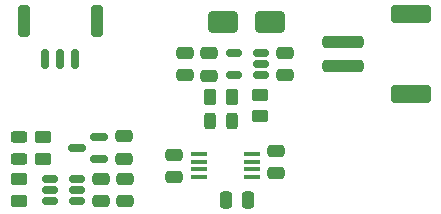
<source format=gtp>
G04 #@! TF.GenerationSoftware,KiCad,Pcbnew,8.0.0*
G04 #@! TF.CreationDate,2024-08-05T13:19:55+02:00*
G04 #@! TF.ProjectId,BatteryBridge,42617474-6572-4794-9272-696467652e6b,rev?*
G04 #@! TF.SameCoordinates,Original*
G04 #@! TF.FileFunction,Paste,Top*
G04 #@! TF.FilePolarity,Positive*
%FSLAX46Y46*%
G04 Gerber Fmt 4.6, Leading zero omitted, Abs format (unit mm)*
G04 Created by KiCad (PCBNEW 8.0.0) date 2024-08-05 13:19:55*
%MOMM*%
%LPD*%
G01*
G04 APERTURE LIST*
G04 Aperture macros list*
%AMRoundRect*
0 Rectangle with rounded corners*
0 $1 Rounding radius*
0 $2 $3 $4 $5 $6 $7 $8 $9 X,Y pos of 4 corners*
0 Add a 4 corners polygon primitive as box body*
4,1,4,$2,$3,$4,$5,$6,$7,$8,$9,$2,$3,0*
0 Add four circle primitives for the rounded corners*
1,1,$1+$1,$2,$3*
1,1,$1+$1,$4,$5*
1,1,$1+$1,$6,$7*
1,1,$1+$1,$8,$9*
0 Add four rect primitives between the rounded corners*
20,1,$1+$1,$2,$3,$4,$5,0*
20,1,$1+$1,$4,$5,$6,$7,0*
20,1,$1+$1,$6,$7,$8,$9,0*
20,1,$1+$1,$8,$9,$2,$3,0*%
G04 Aperture macros list end*
%ADD10RoundRect,0.250000X-0.475000X0.250000X-0.475000X-0.250000X0.475000X-0.250000X0.475000X0.250000X0*%
%ADD11RoundRect,0.250000X0.475000X-0.250000X0.475000X0.250000X-0.475000X0.250000X-0.475000X-0.250000X0*%
%ADD12RoundRect,0.250000X0.450000X-0.262500X0.450000X0.262500X-0.450000X0.262500X-0.450000X-0.262500X0*%
%ADD13R,1.425000X0.450000*%
%ADD14RoundRect,0.150000X0.587500X0.150000X-0.587500X0.150000X-0.587500X-0.150000X0.587500X-0.150000X0*%
%ADD15RoundRect,0.250000X-1.000000X-0.650000X1.000000X-0.650000X1.000000X0.650000X-1.000000X0.650000X0*%
%ADD16RoundRect,0.250000X-0.250000X-0.475000X0.250000X-0.475000X0.250000X0.475000X-0.250000X0.475000X0*%
%ADD17RoundRect,0.150000X0.150000X0.700000X-0.150000X0.700000X-0.150000X-0.700000X0.150000X-0.700000X0*%
%ADD18RoundRect,0.250000X0.250000X1.100000X-0.250000X1.100000X-0.250000X-1.100000X0.250000X-1.100000X0*%
%ADD19RoundRect,0.250000X1.500000X-0.250000X1.500000X0.250000X-1.500000X0.250000X-1.500000X-0.250000X0*%
%ADD20RoundRect,0.250001X1.449999X-0.499999X1.449999X0.499999X-1.449999X0.499999X-1.449999X-0.499999X0*%
%ADD21RoundRect,0.150000X0.512500X0.150000X-0.512500X0.150000X-0.512500X-0.150000X0.512500X-0.150000X0*%
%ADD22RoundRect,0.243750X0.243750X0.456250X-0.243750X0.456250X-0.243750X-0.456250X0.243750X-0.456250X0*%
%ADD23RoundRect,0.243750X-0.456250X0.243750X-0.456250X-0.243750X0.456250X-0.243750X0.456250X0.243750X0*%
%ADD24RoundRect,0.250000X-0.262500X-0.450000X0.262500X-0.450000X0.262500X0.450000X-0.262500X0.450000X0*%
%ADD25RoundRect,0.250000X-0.450000X0.262500X-0.450000X-0.262500X0.450000X-0.262500X0.450000X0.262500X0*%
G04 APERTURE END LIST*
D10*
X125350000Y-92810000D03*
X125350000Y-94710000D03*
D11*
X138860000Y-84065000D03*
X138860000Y-82165000D03*
D12*
X116340000Y-94692500D03*
X116340000Y-92867500D03*
D11*
X130430000Y-84075000D03*
X130430000Y-82175000D03*
D10*
X123300000Y-92830000D03*
X123300000Y-94730000D03*
D13*
X136052000Y-92685000D03*
X136052000Y-92035000D03*
X136052000Y-91385000D03*
X136052000Y-90735000D03*
X131628000Y-90735000D03*
X131628000Y-91385000D03*
X131628000Y-92035000D03*
X131628000Y-92685000D03*
D14*
X123135000Y-91150000D03*
X123135000Y-89250000D03*
X121260000Y-90200000D03*
D11*
X138090000Y-92350000D03*
X138090000Y-90450000D03*
D15*
X133632500Y-79512500D03*
X137632500Y-79512500D03*
D16*
X133860000Y-94650000D03*
X135760000Y-94650000D03*
D11*
X129520000Y-92690000D03*
X129520000Y-90790000D03*
D17*
X121100000Y-82680000D03*
X119850000Y-82680000D03*
X118600000Y-82680000D03*
D18*
X122950000Y-79480000D03*
X116750000Y-79480000D03*
D19*
X143760000Y-83260000D03*
X143760000Y-81260000D03*
D20*
X149510000Y-85610000D03*
X149510000Y-78910000D03*
D21*
X136807500Y-84075000D03*
X136807500Y-83125000D03*
X136807500Y-82175000D03*
X134532500Y-82175000D03*
X134532500Y-84075000D03*
D22*
X134407500Y-87892500D03*
X132532500Y-87892500D03*
D12*
X136730000Y-87535000D03*
X136730000Y-85710000D03*
D23*
X116380000Y-89252500D03*
X116380000Y-91127500D03*
D21*
X121297500Y-94732500D03*
X121297500Y-93782500D03*
X121297500Y-92832500D03*
X119022500Y-92832500D03*
X119022500Y-93782500D03*
X119022500Y-94732500D03*
D24*
X132537500Y-85892500D03*
X134362500Y-85892500D03*
D25*
X118390000Y-89287500D03*
X118390000Y-91112500D03*
D11*
X132480000Y-84095000D03*
X132480000Y-82195000D03*
D10*
X125207500Y-89237500D03*
X125207500Y-91137500D03*
M02*

</source>
